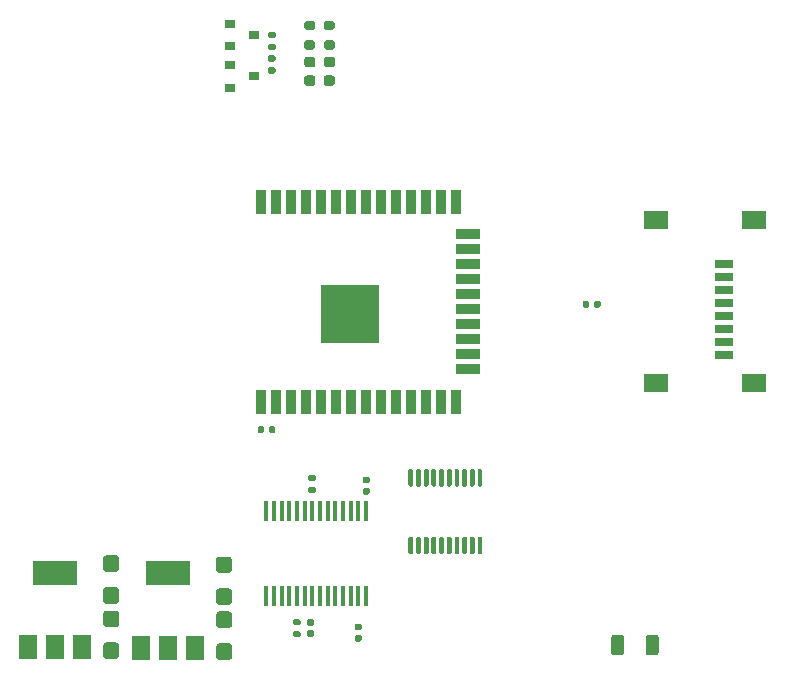
<source format=gtp>
%TF.GenerationSoftware,KiCad,Pcbnew,5.1.10*%
%TF.CreationDate,2021-07-08T07:49:19-06:00*%
%TF.ProjectId,miata-underglow,6d696174-612d-4756-9e64-6572676c6f77,rev?*%
%TF.SameCoordinates,Original*%
%TF.FileFunction,Paste,Top*%
%TF.FilePolarity,Positive*%
%FSLAX46Y46*%
G04 Gerber Fmt 4.6, Leading zero omitted, Abs format (unit mm)*
G04 Created by KiCad (PCBNEW 5.1.10) date 2021-07-08 07:49:19*
%MOMM*%
%LPD*%
G01*
G04 APERTURE LIST*
%ADD10R,1.500000X0.800000*%
%ADD11R,2.050000X1.500000*%
%ADD12R,0.900000X0.800000*%
%ADD13R,1.500000X2.000000*%
%ADD14R,3.800000X2.000000*%
%ADD15R,5.000000X5.000000*%
%ADD16R,0.900000X2.000000*%
%ADD17R,2.000000X0.900000*%
%ADD18R,0.450000X1.750000*%
G04 APERTURE END LIST*
G36*
G01*
X42900002Y-83200000D02*
X42050000Y-83200000D01*
G75*
G02*
X41800001Y-82950001I0J249999D01*
G01*
X41800001Y-82049999D01*
G75*
G02*
X42050000Y-81800000I249999J0D01*
G01*
X42900002Y-81800000D01*
G75*
G02*
X43150001Y-82049999I0J-249999D01*
G01*
X43150001Y-82950001D01*
G75*
G02*
X42900002Y-83200000I-249999J0D01*
G01*
G37*
G36*
G01*
X42900002Y-85900000D02*
X42050000Y-85900000D01*
G75*
G02*
X41800001Y-85650001I0J249999D01*
G01*
X41800001Y-84749999D01*
G75*
G02*
X42050000Y-84500000I249999J0D01*
G01*
X42900002Y-84500000D01*
G75*
G02*
X43150001Y-84749999I0J-249999D01*
G01*
X43150001Y-85650001D01*
G75*
G02*
X42900002Y-85900000I-249999J0D01*
G01*
G37*
G36*
G01*
X32474999Y-77050000D02*
X33325001Y-77050000D01*
G75*
G02*
X33575000Y-77299999I0J-249999D01*
G01*
X33575000Y-78200001D01*
G75*
G02*
X33325001Y-78450000I-249999J0D01*
G01*
X32474999Y-78450000D01*
G75*
G02*
X32225000Y-78200001I0J249999D01*
G01*
X32225000Y-77299999D01*
G75*
G02*
X32474999Y-77050000I249999J0D01*
G01*
G37*
G36*
G01*
X32474999Y-79750000D02*
X33325001Y-79750000D01*
G75*
G02*
X33575000Y-79999999I0J-249999D01*
G01*
X33575000Y-80900001D01*
G75*
G02*
X33325001Y-81150000I-249999J0D01*
G01*
X32474999Y-81150000D01*
G75*
G02*
X32225000Y-80900001I0J249999D01*
G01*
X32225000Y-79999999D01*
G75*
G02*
X32474999Y-79750000I249999J0D01*
G01*
G37*
G36*
G01*
X33325002Y-85825000D02*
X32475000Y-85825000D01*
G75*
G02*
X32225001Y-85575001I0J249999D01*
G01*
X32225001Y-84674999D01*
G75*
G02*
X32475000Y-84425000I249999J0D01*
G01*
X33325002Y-84425000D01*
G75*
G02*
X33575001Y-84674999I0J-249999D01*
G01*
X33575001Y-85575001D01*
G75*
G02*
X33325002Y-85825000I-249999J0D01*
G01*
G37*
G36*
G01*
X33325002Y-83125000D02*
X32475000Y-83125000D01*
G75*
G02*
X32225001Y-82875001I0J249999D01*
G01*
X32225001Y-81974999D01*
G75*
G02*
X32475000Y-81725000I249999J0D01*
G01*
X33325002Y-81725000D01*
G75*
G02*
X33575001Y-81974999I0J-249999D01*
G01*
X33575001Y-82875001D01*
G75*
G02*
X33325002Y-83125000I-249999J0D01*
G01*
G37*
G36*
G01*
X42024999Y-79850000D02*
X42875001Y-79850000D01*
G75*
G02*
X43125000Y-80099999I0J-249999D01*
G01*
X43125000Y-81000001D01*
G75*
G02*
X42875001Y-81250000I-249999J0D01*
G01*
X42024999Y-81250000D01*
G75*
G02*
X41775000Y-81000001I0J249999D01*
G01*
X41775000Y-80099999D01*
G75*
G02*
X42024999Y-79850000I249999J0D01*
G01*
G37*
G36*
G01*
X42024999Y-77150000D02*
X42875001Y-77150000D01*
G75*
G02*
X43125000Y-77399999I0J-249999D01*
G01*
X43125000Y-78300001D01*
G75*
G02*
X42875001Y-78550000I-249999J0D01*
G01*
X42024999Y-78550000D01*
G75*
G02*
X41775000Y-78300001I0J249999D01*
G01*
X41775000Y-77399999D01*
G75*
G02*
X42024999Y-77150000I249999J0D01*
G01*
G37*
G36*
G01*
X72814999Y-55970000D02*
X72814999Y-55630000D01*
G75*
G02*
X72954999Y-55490000I140000J0D01*
G01*
X73234999Y-55490000D01*
G75*
G02*
X73374999Y-55630000I0J-140000D01*
G01*
X73374999Y-55970000D01*
G75*
G02*
X73234999Y-56110000I-140000J0D01*
G01*
X72954999Y-56110000D01*
G75*
G02*
X72814999Y-55970000I0J140000D01*
G01*
G37*
G36*
G01*
X73774999Y-55970000D02*
X73774999Y-55630000D01*
G75*
G02*
X73914999Y-55490000I140000J0D01*
G01*
X74194999Y-55490000D01*
G75*
G02*
X74334999Y-55630000I0J-140000D01*
G01*
X74334999Y-55970000D01*
G75*
G02*
X74194999Y-56110000I-140000J0D01*
G01*
X73914999Y-56110000D01*
G75*
G02*
X73774999Y-55970000I0J140000D01*
G01*
G37*
G36*
G01*
X46255000Y-66570000D02*
X46255000Y-66230000D01*
G75*
G02*
X46395000Y-66090000I140000J0D01*
G01*
X46675000Y-66090000D01*
G75*
G02*
X46815000Y-66230000I0J-140000D01*
G01*
X46815000Y-66570000D01*
G75*
G02*
X46675000Y-66710000I-140000J0D01*
G01*
X46395000Y-66710000D01*
G75*
G02*
X46255000Y-66570000I0J140000D01*
G01*
G37*
G36*
G01*
X45295000Y-66570000D02*
X45295000Y-66230000D01*
G75*
G02*
X45435000Y-66090000I140000J0D01*
G01*
X45715000Y-66090000D01*
G75*
G02*
X45855000Y-66230000I0J-140000D01*
G01*
X45855000Y-66570000D01*
G75*
G02*
X45715000Y-66710000I-140000J0D01*
G01*
X45435000Y-66710000D01*
G75*
G02*
X45295000Y-66570000I0J140000D01*
G01*
G37*
G36*
G01*
X54330000Y-71350000D02*
X54670000Y-71350000D01*
G75*
G02*
X54810000Y-71490000I0J-140000D01*
G01*
X54810000Y-71770000D01*
G75*
G02*
X54670000Y-71910000I-140000J0D01*
G01*
X54330000Y-71910000D01*
G75*
G02*
X54190000Y-71770000I0J140000D01*
G01*
X54190000Y-71490000D01*
G75*
G02*
X54330000Y-71350000I140000J0D01*
G01*
G37*
G36*
G01*
X54330000Y-70390000D02*
X54670000Y-70390000D01*
G75*
G02*
X54810000Y-70530000I0J-140000D01*
G01*
X54810000Y-70810000D01*
G75*
G02*
X54670000Y-70950000I-140000J0D01*
G01*
X54330000Y-70950000D01*
G75*
G02*
X54190000Y-70810000I0J140000D01*
G01*
X54190000Y-70530000D01*
G75*
G02*
X54330000Y-70390000I140000J0D01*
G01*
G37*
G36*
G01*
X49945000Y-83960000D02*
X49605000Y-83960000D01*
G75*
G02*
X49465000Y-83820000I0J140000D01*
G01*
X49465000Y-83540000D01*
G75*
G02*
X49605000Y-83400000I140000J0D01*
G01*
X49945000Y-83400000D01*
G75*
G02*
X50085000Y-83540000I0J-140000D01*
G01*
X50085000Y-83820000D01*
G75*
G02*
X49945000Y-83960000I-140000J0D01*
G01*
G37*
G36*
G01*
X49945000Y-83000000D02*
X49605000Y-83000000D01*
G75*
G02*
X49465000Y-82860000I0J140000D01*
G01*
X49465000Y-82580000D01*
G75*
G02*
X49605000Y-82440000I140000J0D01*
G01*
X49945000Y-82440000D01*
G75*
G02*
X50085000Y-82580000I0J-140000D01*
G01*
X50085000Y-82860000D01*
G75*
G02*
X49945000Y-83000000I-140000J0D01*
G01*
G37*
G36*
G01*
X53995000Y-83400000D02*
X53655000Y-83400000D01*
G75*
G02*
X53515000Y-83260000I0J140000D01*
G01*
X53515000Y-82980000D01*
G75*
G02*
X53655000Y-82840000I140000J0D01*
G01*
X53995000Y-82840000D01*
G75*
G02*
X54135000Y-82980000I0J-140000D01*
G01*
X54135000Y-83260000D01*
G75*
G02*
X53995000Y-83400000I-140000J0D01*
G01*
G37*
G36*
G01*
X53995000Y-84360000D02*
X53655000Y-84360000D01*
G75*
G02*
X53515000Y-84220000I0J140000D01*
G01*
X53515000Y-83940000D01*
G75*
G02*
X53655000Y-83800000I140000J0D01*
G01*
X53995000Y-83800000D01*
G75*
G02*
X54135000Y-83940000I0J-140000D01*
G01*
X54135000Y-84220000D01*
G75*
G02*
X53995000Y-84360000I-140000J0D01*
G01*
G37*
G36*
G01*
X51631250Y-35725000D02*
X51118750Y-35725000D01*
G75*
G02*
X50900000Y-35506250I0J218750D01*
G01*
X50900000Y-35068750D01*
G75*
G02*
X51118750Y-34850000I218750J0D01*
G01*
X51631250Y-34850000D01*
G75*
G02*
X51850000Y-35068750I0J-218750D01*
G01*
X51850000Y-35506250D01*
G75*
G02*
X51631250Y-35725000I-218750J0D01*
G01*
G37*
G36*
G01*
X51631250Y-37300000D02*
X51118750Y-37300000D01*
G75*
G02*
X50900000Y-37081250I0J218750D01*
G01*
X50900000Y-36643750D01*
G75*
G02*
X51118750Y-36425000I218750J0D01*
G01*
X51631250Y-36425000D01*
G75*
G02*
X51850000Y-36643750I0J-218750D01*
G01*
X51850000Y-37081250D01*
G75*
G02*
X51631250Y-37300000I-218750J0D01*
G01*
G37*
G36*
G01*
X49981249Y-37300000D02*
X49468749Y-37300000D01*
G75*
G02*
X49249999Y-37081250I0J218750D01*
G01*
X49249999Y-36643750D01*
G75*
G02*
X49468749Y-36425000I218750J0D01*
G01*
X49981249Y-36425000D01*
G75*
G02*
X50199999Y-36643750I0J-218750D01*
G01*
X50199999Y-37081250D01*
G75*
G02*
X49981249Y-37300000I-218750J0D01*
G01*
G37*
G36*
G01*
X49981249Y-35725000D02*
X49468749Y-35725000D01*
G75*
G02*
X49249999Y-35506250I0J218750D01*
G01*
X49249999Y-35068750D01*
G75*
G02*
X49468749Y-34850000I218750J0D01*
G01*
X49981249Y-34850000D01*
G75*
G02*
X50199999Y-35068750I0J-218750D01*
G01*
X50199999Y-35506250D01*
G75*
G02*
X49981249Y-35725000I-218750J0D01*
G01*
G37*
D10*
X84750000Y-52350000D03*
X84750000Y-53450000D03*
X84750000Y-54550000D03*
X84750000Y-55650000D03*
X84750000Y-56750000D03*
X84750000Y-57850000D03*
X84750000Y-58950000D03*
X84750000Y-60050000D03*
D11*
X87350000Y-48675000D03*
X79050000Y-48675000D03*
X79050000Y-62425000D03*
X87350000Y-62425000D03*
D12*
X45000000Y-36500000D03*
X43000000Y-37450000D03*
X43000000Y-35550000D03*
X43000000Y-32050000D03*
X43000000Y-33950000D03*
X45000000Y-33000000D03*
G36*
G01*
X46685000Y-34280000D02*
X46315000Y-34280000D01*
G75*
G02*
X46180000Y-34145000I0J135000D01*
G01*
X46180000Y-33875000D01*
G75*
G02*
X46315000Y-33740000I135000J0D01*
G01*
X46685000Y-33740000D01*
G75*
G02*
X46820000Y-33875000I0J-135000D01*
G01*
X46820000Y-34145000D01*
G75*
G02*
X46685000Y-34280000I-135000J0D01*
G01*
G37*
G36*
G01*
X46685000Y-33260000D02*
X46315000Y-33260000D01*
G75*
G02*
X46180000Y-33125000I0J135000D01*
G01*
X46180000Y-32855000D01*
G75*
G02*
X46315000Y-32720000I135000J0D01*
G01*
X46685000Y-32720000D01*
G75*
G02*
X46820000Y-32855000I0J-135000D01*
G01*
X46820000Y-33125000D01*
G75*
G02*
X46685000Y-33260000I-135000J0D01*
G01*
G37*
G36*
G01*
X46315000Y-35740000D02*
X46685000Y-35740000D01*
G75*
G02*
X46820000Y-35875000I0J-135000D01*
G01*
X46820000Y-36145000D01*
G75*
G02*
X46685000Y-36280000I-135000J0D01*
G01*
X46315000Y-36280000D01*
G75*
G02*
X46180000Y-36145000I0J135000D01*
G01*
X46180000Y-35875000D01*
G75*
G02*
X46315000Y-35740000I135000J0D01*
G01*
G37*
G36*
G01*
X46315000Y-34720000D02*
X46685000Y-34720000D01*
G75*
G02*
X46820000Y-34855000I0J-135000D01*
G01*
X46820000Y-35125000D01*
G75*
G02*
X46685000Y-35260000I-135000J0D01*
G01*
X46315000Y-35260000D01*
G75*
G02*
X46180000Y-35125000I0J135000D01*
G01*
X46180000Y-34855000D01*
G75*
G02*
X46315000Y-34720000I135000J0D01*
G01*
G37*
G36*
G01*
X51100000Y-33450000D02*
X51650000Y-33450000D01*
G75*
G02*
X51850000Y-33650000I0J-200000D01*
G01*
X51850000Y-34050000D01*
G75*
G02*
X51650000Y-34250000I-200000J0D01*
G01*
X51100000Y-34250000D01*
G75*
G02*
X50900000Y-34050000I0J200000D01*
G01*
X50900000Y-33650000D01*
G75*
G02*
X51100000Y-33450000I200000J0D01*
G01*
G37*
G36*
G01*
X51100000Y-31800000D02*
X51650000Y-31800000D01*
G75*
G02*
X51850000Y-32000000I0J-200000D01*
G01*
X51850000Y-32400000D01*
G75*
G02*
X51650000Y-32600000I-200000J0D01*
G01*
X51100000Y-32600000D01*
G75*
G02*
X50900000Y-32400000I0J200000D01*
G01*
X50900000Y-32000000D01*
G75*
G02*
X51100000Y-31800000I200000J0D01*
G01*
G37*
G36*
G01*
X49450000Y-31800000D02*
X50000000Y-31800000D01*
G75*
G02*
X50200000Y-32000000I0J-200000D01*
G01*
X50200000Y-32400000D01*
G75*
G02*
X50000000Y-32600000I-200000J0D01*
G01*
X49450000Y-32600000D01*
G75*
G02*
X49250000Y-32400000I0J200000D01*
G01*
X49250000Y-32000000D01*
G75*
G02*
X49450000Y-31800000I200000J0D01*
G01*
G37*
G36*
G01*
X49450000Y-33450000D02*
X50000000Y-33450000D01*
G75*
G02*
X50200000Y-33650000I0J-200000D01*
G01*
X50200000Y-34050000D01*
G75*
G02*
X50000000Y-34250000I-200000J0D01*
G01*
X49450000Y-34250000D01*
G75*
G02*
X49250000Y-34050000I0J200000D01*
G01*
X49250000Y-33650000D01*
G75*
G02*
X49450000Y-33450000I200000J0D01*
G01*
G37*
G36*
G01*
X48810000Y-82985000D02*
X48440000Y-82985000D01*
G75*
G02*
X48305000Y-82850000I0J135000D01*
G01*
X48305000Y-82580000D01*
G75*
G02*
X48440000Y-82445000I135000J0D01*
G01*
X48810000Y-82445000D01*
G75*
G02*
X48945000Y-82580000I0J-135000D01*
G01*
X48945000Y-82850000D01*
G75*
G02*
X48810000Y-82985000I-135000J0D01*
G01*
G37*
G36*
G01*
X48810000Y-84005000D02*
X48440000Y-84005000D01*
G75*
G02*
X48305000Y-83870000I0J135000D01*
G01*
X48305000Y-83600000D01*
G75*
G02*
X48440000Y-83465000I135000J0D01*
G01*
X48810000Y-83465000D01*
G75*
G02*
X48945000Y-83600000I0J-135000D01*
G01*
X48945000Y-83870000D01*
G75*
G02*
X48810000Y-84005000I-135000J0D01*
G01*
G37*
G36*
G01*
X50085000Y-70785000D02*
X49715000Y-70785000D01*
G75*
G02*
X49580000Y-70650000I0J135000D01*
G01*
X49580000Y-70380000D01*
G75*
G02*
X49715000Y-70245000I135000J0D01*
G01*
X50085000Y-70245000D01*
G75*
G02*
X50220000Y-70380000I0J-135000D01*
G01*
X50220000Y-70650000D01*
G75*
G02*
X50085000Y-70785000I-135000J0D01*
G01*
G37*
G36*
G01*
X50085000Y-71805000D02*
X49715000Y-71805000D01*
G75*
G02*
X49580000Y-71670000I0J135000D01*
G01*
X49580000Y-71400000D01*
G75*
G02*
X49715000Y-71265000I135000J0D01*
G01*
X50085000Y-71265000D01*
G75*
G02*
X50220000Y-71400000I0J-135000D01*
G01*
X50220000Y-71670000D01*
G75*
G02*
X50085000Y-71805000I-135000J0D01*
G01*
G37*
D13*
X25825000Y-84850001D03*
X30425000Y-84850001D03*
X28125000Y-84850001D03*
D14*
X28125000Y-78550001D03*
G36*
G01*
X64025000Y-69750000D02*
X64225000Y-69750000D01*
G75*
G02*
X64325000Y-69850000I0J-100000D01*
G01*
X64325000Y-71125000D01*
G75*
G02*
X64225000Y-71225000I-100000J0D01*
G01*
X64025000Y-71225000D01*
G75*
G02*
X63925000Y-71125000I0J100000D01*
G01*
X63925000Y-69850000D01*
G75*
G02*
X64025000Y-69750000I100000J0D01*
G01*
G37*
G36*
G01*
X63375000Y-69750000D02*
X63575000Y-69750000D01*
G75*
G02*
X63675000Y-69850000I0J-100000D01*
G01*
X63675000Y-71125000D01*
G75*
G02*
X63575000Y-71225000I-100000J0D01*
G01*
X63375000Y-71225000D01*
G75*
G02*
X63275000Y-71125000I0J100000D01*
G01*
X63275000Y-69850000D01*
G75*
G02*
X63375000Y-69750000I100000J0D01*
G01*
G37*
G36*
G01*
X62725000Y-69750000D02*
X62925000Y-69750000D01*
G75*
G02*
X63025000Y-69850000I0J-100000D01*
G01*
X63025000Y-71125000D01*
G75*
G02*
X62925000Y-71225000I-100000J0D01*
G01*
X62725000Y-71225000D01*
G75*
G02*
X62625000Y-71125000I0J100000D01*
G01*
X62625000Y-69850000D01*
G75*
G02*
X62725000Y-69750000I100000J0D01*
G01*
G37*
G36*
G01*
X62075000Y-69750000D02*
X62275000Y-69750000D01*
G75*
G02*
X62375000Y-69850000I0J-100000D01*
G01*
X62375000Y-71125000D01*
G75*
G02*
X62275000Y-71225000I-100000J0D01*
G01*
X62075000Y-71225000D01*
G75*
G02*
X61975000Y-71125000I0J100000D01*
G01*
X61975000Y-69850000D01*
G75*
G02*
X62075000Y-69750000I100000J0D01*
G01*
G37*
G36*
G01*
X61425000Y-69750000D02*
X61625000Y-69750000D01*
G75*
G02*
X61725000Y-69850000I0J-100000D01*
G01*
X61725000Y-71125000D01*
G75*
G02*
X61625000Y-71225000I-100000J0D01*
G01*
X61425000Y-71225000D01*
G75*
G02*
X61325000Y-71125000I0J100000D01*
G01*
X61325000Y-69850000D01*
G75*
G02*
X61425000Y-69750000I100000J0D01*
G01*
G37*
G36*
G01*
X60775000Y-69750000D02*
X60975000Y-69750000D01*
G75*
G02*
X61075000Y-69850000I0J-100000D01*
G01*
X61075000Y-71125000D01*
G75*
G02*
X60975000Y-71225000I-100000J0D01*
G01*
X60775000Y-71225000D01*
G75*
G02*
X60675000Y-71125000I0J100000D01*
G01*
X60675000Y-69850000D01*
G75*
G02*
X60775000Y-69750000I100000J0D01*
G01*
G37*
G36*
G01*
X60125000Y-69750000D02*
X60325000Y-69750000D01*
G75*
G02*
X60425000Y-69850000I0J-100000D01*
G01*
X60425000Y-71125000D01*
G75*
G02*
X60325000Y-71225000I-100000J0D01*
G01*
X60125000Y-71225000D01*
G75*
G02*
X60025000Y-71125000I0J100000D01*
G01*
X60025000Y-69850000D01*
G75*
G02*
X60125000Y-69750000I100000J0D01*
G01*
G37*
G36*
G01*
X59475000Y-69750000D02*
X59675000Y-69750000D01*
G75*
G02*
X59775000Y-69850000I0J-100000D01*
G01*
X59775000Y-71125000D01*
G75*
G02*
X59675000Y-71225000I-100000J0D01*
G01*
X59475000Y-71225000D01*
G75*
G02*
X59375000Y-71125000I0J100000D01*
G01*
X59375000Y-69850000D01*
G75*
G02*
X59475000Y-69750000I100000J0D01*
G01*
G37*
G36*
G01*
X58825000Y-69750000D02*
X59025000Y-69750000D01*
G75*
G02*
X59125000Y-69850000I0J-100000D01*
G01*
X59125000Y-71125000D01*
G75*
G02*
X59025000Y-71225000I-100000J0D01*
G01*
X58825000Y-71225000D01*
G75*
G02*
X58725000Y-71125000I0J100000D01*
G01*
X58725000Y-69850000D01*
G75*
G02*
X58825000Y-69750000I100000J0D01*
G01*
G37*
G36*
G01*
X58175000Y-69750000D02*
X58375000Y-69750000D01*
G75*
G02*
X58475000Y-69850000I0J-100000D01*
G01*
X58475000Y-71125000D01*
G75*
G02*
X58375000Y-71225000I-100000J0D01*
G01*
X58175000Y-71225000D01*
G75*
G02*
X58075000Y-71125000I0J100000D01*
G01*
X58075000Y-69850000D01*
G75*
G02*
X58175000Y-69750000I100000J0D01*
G01*
G37*
G36*
G01*
X58175000Y-75475000D02*
X58375000Y-75475000D01*
G75*
G02*
X58475000Y-75575000I0J-100000D01*
G01*
X58475000Y-76850000D01*
G75*
G02*
X58375000Y-76950000I-100000J0D01*
G01*
X58175000Y-76950000D01*
G75*
G02*
X58075000Y-76850000I0J100000D01*
G01*
X58075000Y-75575000D01*
G75*
G02*
X58175000Y-75475000I100000J0D01*
G01*
G37*
G36*
G01*
X58825000Y-75475000D02*
X59025000Y-75475000D01*
G75*
G02*
X59125000Y-75575000I0J-100000D01*
G01*
X59125000Y-76850000D01*
G75*
G02*
X59025000Y-76950000I-100000J0D01*
G01*
X58825000Y-76950000D01*
G75*
G02*
X58725000Y-76850000I0J100000D01*
G01*
X58725000Y-75575000D01*
G75*
G02*
X58825000Y-75475000I100000J0D01*
G01*
G37*
G36*
G01*
X59475000Y-75475000D02*
X59675000Y-75475000D01*
G75*
G02*
X59775000Y-75575000I0J-100000D01*
G01*
X59775000Y-76850000D01*
G75*
G02*
X59675000Y-76950000I-100000J0D01*
G01*
X59475000Y-76950000D01*
G75*
G02*
X59375000Y-76850000I0J100000D01*
G01*
X59375000Y-75575000D01*
G75*
G02*
X59475000Y-75475000I100000J0D01*
G01*
G37*
G36*
G01*
X60125000Y-75475000D02*
X60325000Y-75475000D01*
G75*
G02*
X60425000Y-75575000I0J-100000D01*
G01*
X60425000Y-76850000D01*
G75*
G02*
X60325000Y-76950000I-100000J0D01*
G01*
X60125000Y-76950000D01*
G75*
G02*
X60025000Y-76850000I0J100000D01*
G01*
X60025000Y-75575000D01*
G75*
G02*
X60125000Y-75475000I100000J0D01*
G01*
G37*
G36*
G01*
X60775000Y-75475000D02*
X60975000Y-75475000D01*
G75*
G02*
X61075000Y-75575000I0J-100000D01*
G01*
X61075000Y-76850000D01*
G75*
G02*
X60975000Y-76950000I-100000J0D01*
G01*
X60775000Y-76950000D01*
G75*
G02*
X60675000Y-76850000I0J100000D01*
G01*
X60675000Y-75575000D01*
G75*
G02*
X60775000Y-75475000I100000J0D01*
G01*
G37*
G36*
G01*
X61425000Y-75475000D02*
X61625000Y-75475000D01*
G75*
G02*
X61725000Y-75575000I0J-100000D01*
G01*
X61725000Y-76850000D01*
G75*
G02*
X61625000Y-76950000I-100000J0D01*
G01*
X61425000Y-76950000D01*
G75*
G02*
X61325000Y-76850000I0J100000D01*
G01*
X61325000Y-75575000D01*
G75*
G02*
X61425000Y-75475000I100000J0D01*
G01*
G37*
G36*
G01*
X62075000Y-75475000D02*
X62275000Y-75475000D01*
G75*
G02*
X62375000Y-75575000I0J-100000D01*
G01*
X62375000Y-76850000D01*
G75*
G02*
X62275000Y-76950000I-100000J0D01*
G01*
X62075000Y-76950000D01*
G75*
G02*
X61975000Y-76850000I0J100000D01*
G01*
X61975000Y-75575000D01*
G75*
G02*
X62075000Y-75475000I100000J0D01*
G01*
G37*
G36*
G01*
X62725000Y-75475000D02*
X62925000Y-75475000D01*
G75*
G02*
X63025000Y-75575000I0J-100000D01*
G01*
X63025000Y-76850000D01*
G75*
G02*
X62925000Y-76950000I-100000J0D01*
G01*
X62725000Y-76950000D01*
G75*
G02*
X62625000Y-76850000I0J100000D01*
G01*
X62625000Y-75575000D01*
G75*
G02*
X62725000Y-75475000I100000J0D01*
G01*
G37*
G36*
G01*
X63375000Y-75475000D02*
X63575000Y-75475000D01*
G75*
G02*
X63675000Y-75575000I0J-100000D01*
G01*
X63675000Y-76850000D01*
G75*
G02*
X63575000Y-76950000I-100000J0D01*
G01*
X63375000Y-76950000D01*
G75*
G02*
X63275000Y-76850000I0J100000D01*
G01*
X63275000Y-75575000D01*
G75*
G02*
X63375000Y-75475000I100000J0D01*
G01*
G37*
G36*
G01*
X64025000Y-75475000D02*
X64225000Y-75475000D01*
G75*
G02*
X64325000Y-75575000I0J-100000D01*
G01*
X64325000Y-76850000D01*
G75*
G02*
X64225000Y-76950000I-100000J0D01*
G01*
X64025000Y-76950000D01*
G75*
G02*
X63925000Y-76850000I0J100000D01*
G01*
X63925000Y-75575000D01*
G75*
G02*
X64025000Y-75475000I100000J0D01*
G01*
G37*
X37725000Y-78575000D03*
D13*
X37725000Y-84875000D03*
X40025000Y-84875000D03*
X35425000Y-84875000D03*
D15*
X53095000Y-56600000D03*
D16*
X45595000Y-64100000D03*
X46865000Y-64100000D03*
X48135000Y-64100000D03*
X49405000Y-64100000D03*
X50675000Y-64100000D03*
X51945000Y-64100000D03*
X53215000Y-64100000D03*
X54485000Y-64100000D03*
X55755000Y-64100000D03*
X57025000Y-64100000D03*
X58295000Y-64100000D03*
X59565000Y-64100000D03*
X60835000Y-64100000D03*
X62105000Y-64100000D03*
D17*
X63105000Y-61315000D03*
X63105000Y-60045000D03*
X63105000Y-58775000D03*
X63105000Y-57505000D03*
X63105000Y-56235000D03*
X63105000Y-54965000D03*
X63105000Y-53695000D03*
X63105000Y-52425000D03*
X63105000Y-51155000D03*
X63105000Y-49885000D03*
D16*
X62105000Y-47100000D03*
X60835000Y-47100000D03*
X59565000Y-47100000D03*
X58295000Y-47100000D03*
X57025000Y-47100000D03*
X55755000Y-47100000D03*
X54485000Y-47100000D03*
X53215000Y-47100000D03*
X51945000Y-47100000D03*
X50675000Y-47100000D03*
X49405000Y-47100000D03*
X48135000Y-47100000D03*
X46865000Y-47100000D03*
X45595000Y-47100000D03*
D18*
X54479998Y-80525001D03*
X53829998Y-80525001D03*
X53179998Y-80525001D03*
X52529998Y-80525001D03*
X51879998Y-80525001D03*
X51229998Y-80525001D03*
X50579998Y-80525001D03*
X49929998Y-80525001D03*
X49279998Y-80525001D03*
X48629998Y-80525001D03*
X47979998Y-80525001D03*
X47329998Y-80525001D03*
X46679998Y-80525001D03*
X46029998Y-80525001D03*
X46029998Y-73325001D03*
X46679998Y-73325001D03*
X47329998Y-73325001D03*
X47979998Y-73325001D03*
X48629998Y-73325001D03*
X49279998Y-73325001D03*
X49929998Y-73325001D03*
X50579998Y-73325001D03*
X51229998Y-73325001D03*
X51879998Y-73325001D03*
X52529998Y-73325001D03*
X53179998Y-73325001D03*
X53829998Y-73325001D03*
X54479998Y-73325001D03*
G36*
G01*
X75225000Y-85275001D02*
X75225000Y-84024999D01*
G75*
G02*
X75474999Y-83775000I249999J0D01*
G01*
X76100001Y-83775000D01*
G75*
G02*
X76350000Y-84024999I0J-249999D01*
G01*
X76350000Y-85275001D01*
G75*
G02*
X76100001Y-85525000I-249999J0D01*
G01*
X75474999Y-85525000D01*
G75*
G02*
X75225000Y-85275001I0J249999D01*
G01*
G37*
G36*
G01*
X78150000Y-85275001D02*
X78150000Y-84024999D01*
G75*
G02*
X78399999Y-83775000I249999J0D01*
G01*
X79025001Y-83775000D01*
G75*
G02*
X79275000Y-84024999I0J-249999D01*
G01*
X79275000Y-85275001D01*
G75*
G02*
X79025001Y-85525000I-249999J0D01*
G01*
X78399999Y-85525000D01*
G75*
G02*
X78150000Y-85275001I0J249999D01*
G01*
G37*
M02*

</source>
